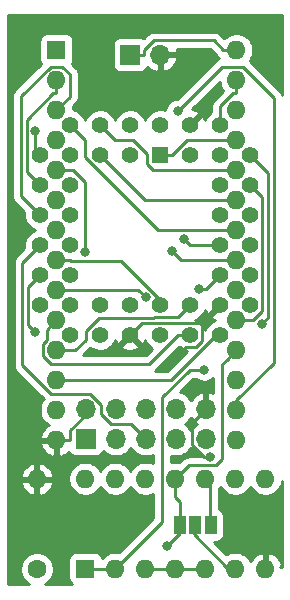
<source format=gbl>
G04 #@! TF.GenerationSoftware,KiCad,Pcbnew,(5.1.9)-1*
G04 #@! TF.CreationDate,2023-07-11T19:38:37+01:00*
G04 #@! TF.ProjectId,ezPLA,657a504c-412e-46b6-9963-61645f706362,v2.0*
G04 #@! TF.SameCoordinates,Original*
G04 #@! TF.FileFunction,Copper,L2,Bot*
G04 #@! TF.FilePolarity,Positive*
%FSLAX46Y46*%
G04 Gerber Fmt 4.6, Leading zero omitted, Abs format (unit mm)*
G04 Created by KiCad (PCBNEW (5.1.9)-1) date 2023-07-11 19:38:37*
%MOMM*%
%LPD*%
G01*
G04 APERTURE LIST*
G04 #@! TA.AperFunction,ComponentPad*
%ADD10O,1.600000X1.600000*%
G04 #@! TD*
G04 #@! TA.AperFunction,ComponentPad*
%ADD11R,1.600000X1.600000*%
G04 #@! TD*
G04 #@! TA.AperFunction,ComponentPad*
%ADD12O,1.700000X1.700000*%
G04 #@! TD*
G04 #@! TA.AperFunction,ComponentPad*
%ADD13R,1.700000X1.700000*%
G04 #@! TD*
G04 #@! TA.AperFunction,ComponentPad*
%ADD14C,1.422400*%
G04 #@! TD*
G04 #@! TA.AperFunction,ComponentPad*
%ADD15R,1.422400X1.422400*%
G04 #@! TD*
G04 #@! TA.AperFunction,ComponentPad*
%ADD16C,1.600000*%
G04 #@! TD*
G04 #@! TA.AperFunction,SMDPad,CuDef*
%ADD17R,1.000000X1.500000*%
G04 #@! TD*
G04 #@! TA.AperFunction,ViaPad*
%ADD18C,0.800000*%
G04 #@! TD*
G04 #@! TA.AperFunction,Conductor*
%ADD19C,0.250000*%
G04 #@! TD*
G04 #@! TA.AperFunction,Conductor*
%ADD20C,0.254000*%
G04 #@! TD*
G04 #@! TA.AperFunction,Conductor*
%ADD21C,0.100000*%
G04 #@! TD*
G04 APERTURE END LIST*
D10*
X155467600Y-102617000D03*
X140227600Y-135637000D03*
X155467600Y-105157000D03*
X140227600Y-133097000D03*
X155467600Y-107697000D03*
X140227600Y-130557000D03*
X155467600Y-110237000D03*
X140227600Y-128017000D03*
X155467600Y-112777000D03*
X140227600Y-125477000D03*
X155467600Y-115317000D03*
X140227600Y-122937000D03*
X155467600Y-117857000D03*
X140227600Y-120397000D03*
X155467600Y-120397000D03*
X140227600Y-117857000D03*
X155467600Y-122937000D03*
X140227600Y-115317000D03*
X155467600Y-125477000D03*
X140227600Y-112777000D03*
X155467600Y-128017000D03*
X140227600Y-110237000D03*
X155467600Y-130557000D03*
X140227600Y-107697000D03*
X155467600Y-133097000D03*
X140227600Y-105157000D03*
X155467600Y-135637000D03*
D11*
X140227600Y-102617000D03*
D12*
X149000000Y-103000000D03*
D13*
X146460000Y-103000000D03*
D14*
X156620000Y-111500000D03*
X156620000Y-114040000D03*
X156620000Y-116580000D03*
X156620000Y-119120000D03*
X156620000Y-121660000D03*
X154080000Y-108960000D03*
X154080000Y-114040000D03*
X154080000Y-116580000D03*
X154080000Y-119120000D03*
X154080000Y-121660000D03*
X154080000Y-124200000D03*
X154080000Y-126740000D03*
X151540000Y-126740000D03*
X149000000Y-126740000D03*
X146460000Y-126740000D03*
X143920000Y-126740000D03*
X141380000Y-126740000D03*
X156620000Y-124200000D03*
X151540000Y-124200000D03*
X149000000Y-124200000D03*
X146460000Y-124200000D03*
X143920000Y-124200000D03*
X141380000Y-124200000D03*
X138840000Y-124200000D03*
X138840000Y-121660000D03*
X138840000Y-119120000D03*
X138840000Y-116580000D03*
X138840000Y-114040000D03*
X138840000Y-111500000D03*
X141380000Y-121660000D03*
X141380000Y-119120000D03*
X141380000Y-116580000D03*
X141380000Y-114040000D03*
X141380000Y-111500000D03*
X151540000Y-108960000D03*
X149000000Y-108960000D03*
X141380000Y-108960000D03*
X143920000Y-108960000D03*
X146460000Y-108960000D03*
X154080000Y-111500000D03*
X151540000Y-111500000D03*
X143920000Y-111500000D03*
X146460000Y-111500000D03*
D15*
X149000000Y-111500000D03*
D13*
X142710000Y-135540000D03*
D12*
X142710000Y-133000000D03*
X145250000Y-135540000D03*
X145250000Y-133000000D03*
X147790000Y-135540000D03*
X147790000Y-133000000D03*
X150330000Y-135540000D03*
X150330000Y-133000000D03*
X152870000Y-135540000D03*
X152870000Y-133000000D03*
D16*
X138575000Y-146575000D03*
D10*
X138575000Y-138955000D03*
D17*
X150675000Y-142850000D03*
X151975000Y-142850000D03*
X153275000Y-142850000D03*
D11*
X142675000Y-146525000D03*
D10*
X157915000Y-138905000D03*
X145215000Y-146525000D03*
X155375000Y-138905000D03*
X147755000Y-146525000D03*
X152835000Y-138905000D03*
X150295000Y-146525000D03*
X150295000Y-138905000D03*
X152835000Y-146525000D03*
X147755000Y-138905000D03*
X155375000Y-146525000D03*
X145215000Y-138905000D03*
X157915000Y-146525000D03*
X142675000Y-138905000D03*
D18*
X151975000Y-130925000D03*
X150075000Y-128925000D03*
X153250000Y-137054975D03*
X156899845Y-140724835D03*
X138426800Y-126523700D03*
X138428300Y-109478500D03*
X152293200Y-122882000D03*
X147781700Y-123557800D03*
X150036600Y-119628000D03*
X157609100Y-125800400D03*
X142650000Y-119740500D03*
X152725000Y-129675000D03*
X150487100Y-107774200D03*
X151002700Y-118617400D03*
X149550000Y-144600000D03*
D19*
X142710000Y-133000000D02*
X142689200Y-133020800D01*
X142689200Y-133020800D02*
X142689200Y-133479500D01*
X142689200Y-133479500D02*
X142689300Y-133479500D01*
X141352900Y-135637000D02*
X141352900Y-134815900D01*
X141352900Y-134815900D02*
X142689300Y-133479500D01*
X140227600Y-135637000D02*
X141352900Y-135637000D01*
X146460000Y-126740000D02*
X147474989Y-125725011D01*
X147474989Y-125725011D02*
X148650224Y-125725011D01*
X148650224Y-125725011D02*
X148671835Y-125703400D01*
X148671835Y-125703400D02*
X152576600Y-125703400D01*
X152576600Y-125703400D02*
X154080000Y-124200000D01*
X151223799Y-127776201D02*
X150075000Y-128925000D01*
X152576201Y-127237377D02*
X152037377Y-127776201D01*
X152037377Y-127776201D02*
X151223799Y-127776201D01*
X152576201Y-125703799D02*
X152576201Y-127237377D01*
X154080000Y-124200000D02*
X152576201Y-125703799D01*
X151694999Y-136065661D02*
X152684315Y-137054975D01*
X151694999Y-134175001D02*
X151694999Y-136065661D01*
X152870000Y-133000000D02*
X151694999Y-134175001D01*
X152684315Y-137054975D02*
X153250000Y-137054975D01*
X138426800Y-126523700D02*
X137800000Y-125896900D01*
X137800000Y-125896900D02*
X137800000Y-122700000D01*
X137800000Y-122700000D02*
X138840000Y-121660000D01*
X155467600Y-102617000D02*
X154342300Y-102617000D01*
X146460000Y-103000000D02*
X147635300Y-103000000D01*
X147635300Y-103000000D02*
X147635300Y-102632700D01*
X147635300Y-102632700D02*
X148460600Y-101807400D01*
X148460600Y-101807400D02*
X153532700Y-101807400D01*
X153532700Y-101807400D02*
X154342300Y-102617000D01*
X138840000Y-111500000D02*
X138428300Y-111088300D01*
X138428300Y-111088300D02*
X138428300Y-109478500D01*
X138840000Y-119120000D02*
X137349700Y-120610300D01*
X137349700Y-120610300D02*
X137349700Y-129288900D01*
X137349700Y-129288900D02*
X139783300Y-131722500D01*
X139783300Y-131722500D02*
X143098900Y-131722500D01*
X143098900Y-131722500D02*
X144022000Y-132645600D01*
X144022000Y-132645600D02*
X144022000Y-133451900D01*
X144022000Y-133451900D02*
X144840100Y-134270000D01*
X144840100Y-134270000D02*
X146520000Y-134270000D01*
X146520000Y-134270000D02*
X147790000Y-135540000D01*
X154080000Y-121660000D02*
X152858000Y-122882000D01*
X152858000Y-122882000D02*
X152293200Y-122882000D01*
X155467600Y-105157000D02*
X155467600Y-106282300D01*
X154080000Y-108960000D02*
X154080000Y-107388600D01*
X154080000Y-107388600D02*
X155186300Y-106282300D01*
X155186300Y-106282300D02*
X155467600Y-106282300D01*
X149892989Y-130557000D02*
X140227600Y-130557000D01*
X153709989Y-126740000D02*
X149892989Y-130557000D01*
X154080000Y-126740000D02*
X153709989Y-126740000D01*
X149000000Y-111500000D02*
X150036500Y-111500000D01*
X150036500Y-111500000D02*
X151299500Y-110237000D01*
X151299500Y-110237000D02*
X155467600Y-110237000D01*
X141833000Y-128017000D02*
X140227600Y-128017000D01*
X142700000Y-127150000D02*
X141833000Y-128017000D01*
X142700000Y-126425000D02*
X142700000Y-127150000D01*
X143850000Y-125275000D02*
X142700000Y-126425000D01*
X148463824Y-125275000D02*
X143850000Y-125275000D01*
X148502623Y-125236201D02*
X148463824Y-125275000D01*
X150503799Y-125236201D02*
X148502623Y-125236201D01*
X151540000Y-124200000D02*
X150503799Y-125236201D01*
X143920000Y-108960000D02*
X145190000Y-110230000D01*
X145190000Y-110230000D02*
X146697000Y-110230000D01*
X146697000Y-110230000D02*
X147889300Y-111422300D01*
X147889300Y-111422300D02*
X147889300Y-112275400D01*
X147889300Y-112275400D02*
X148390900Y-112777000D01*
X148390900Y-112777000D02*
X155467600Y-112777000D01*
X139101700Y-128500700D02*
X139101700Y-127504800D01*
X139427601Y-126276999D02*
X140227600Y-125477000D01*
X139779900Y-129178900D02*
X139101700Y-128500700D01*
X139427601Y-127178899D02*
X139427601Y-126276999D01*
X139101700Y-127504800D02*
X139427601Y-127178899D01*
X150534212Y-126740000D02*
X148095312Y-129178900D01*
X148095312Y-129178900D02*
X139779900Y-129178900D01*
X151540000Y-126740000D02*
X150534212Y-126740000D01*
X143920000Y-111500000D02*
X147737000Y-115317000D01*
X147737000Y-115317000D02*
X155467600Y-115317000D01*
X141352900Y-122937000D02*
X147160900Y-122937000D01*
X147160900Y-122937000D02*
X147781700Y-123557800D01*
X140227600Y-122937000D02*
X141352900Y-122937000D01*
X141380000Y-108960000D02*
X142650000Y-110230000D01*
X142650000Y-110230000D02*
X142650000Y-111704700D01*
X142650000Y-111704700D02*
X148802300Y-117857000D01*
X148802300Y-117857000D02*
X155467600Y-117857000D01*
X149000000Y-124200000D02*
X149000000Y-123750300D01*
X149000000Y-123750300D02*
X145715500Y-120465800D01*
X145715500Y-120465800D02*
X141421700Y-120465800D01*
X141421700Y-120465800D02*
X141352900Y-120397000D01*
X140227600Y-120397000D02*
X141352900Y-120397000D01*
X155467600Y-120397000D02*
X150805600Y-120397000D01*
X150805600Y-120397000D02*
X150036600Y-119628000D01*
X157609100Y-125800400D02*
X158162800Y-125246700D01*
X158162800Y-125246700D02*
X158162800Y-113042800D01*
X158162800Y-113042800D02*
X156620000Y-111500000D01*
X156620000Y-114040000D02*
X157660900Y-115080900D01*
X157660900Y-115080900D02*
X157660900Y-124673900D01*
X157660900Y-124673900D02*
X156857800Y-125477000D01*
X156857800Y-125477000D02*
X155467600Y-125477000D01*
X140227600Y-112777000D02*
X141599900Y-112777000D01*
X141599900Y-112777000D02*
X142650000Y-113827100D01*
X142650000Y-113827100D02*
X142650000Y-119740500D01*
X142675000Y-146525000D02*
X145215000Y-146525000D01*
X149150001Y-132024999D02*
X151500000Y-129675000D01*
X149150001Y-142589999D02*
X149150001Y-132024999D01*
X151500000Y-129675000D02*
X152725000Y-129675000D01*
X145215000Y-146525000D02*
X149150001Y-142589999D01*
X140227600Y-107697000D02*
X141370000Y-106554600D01*
X141370000Y-106554600D02*
X141370000Y-104670200D01*
X141370000Y-104670200D02*
X140710700Y-104010900D01*
X140710700Y-104010900D02*
X139751200Y-104010900D01*
X139751200Y-104010900D02*
X137252700Y-106509400D01*
X137252700Y-106509400D02*
X137252700Y-114992700D01*
X137252700Y-114992700D02*
X138840000Y-116580000D01*
X154080000Y-119120000D02*
X151505300Y-119120000D01*
X151505300Y-119120000D02*
X151002700Y-118617400D01*
X154232600Y-104028700D02*
X150487100Y-107774200D01*
X156001700Y-104028700D02*
X154232600Y-104028700D01*
X158613100Y-106640100D02*
X156001700Y-104028700D01*
X158613100Y-129084400D02*
X158613100Y-106640100D01*
X155467600Y-132229900D02*
X158613100Y-129084400D01*
X155467600Y-133097000D02*
X155467600Y-132229900D01*
X140227600Y-106282300D02*
X139946300Y-106282300D01*
X139946300Y-106282300D02*
X137703000Y-108525600D01*
X137703000Y-108525600D02*
X137703000Y-112903000D01*
X137703000Y-112903000D02*
X138840000Y-114040000D01*
X140227600Y-105157000D02*
X140227600Y-106282300D01*
X154667601Y-128816999D02*
X155467600Y-128017000D01*
X151420001Y-137779999D02*
X153743003Y-137779999D01*
X150295000Y-138905000D02*
X151420001Y-137779999D01*
X154250001Y-137273001D02*
X154250001Y-129234599D01*
X153743003Y-137779999D02*
X154250001Y-137273001D01*
X154250001Y-129234599D02*
X154667601Y-128816999D01*
X150295000Y-138905000D02*
X150295000Y-140495000D01*
X150675000Y-140875000D02*
X150675000Y-142850000D01*
X150295000Y-140495000D02*
X150675000Y-140875000D01*
X150675000Y-143475000D02*
X149550000Y-144600000D01*
X150675000Y-142850000D02*
X150675000Y-143475000D01*
X147755000Y-146525000D02*
X150295000Y-146525000D01*
X150295000Y-146525000D02*
X152835000Y-146525000D01*
X154750000Y-146525000D02*
X155375000Y-146525000D01*
X151850000Y-143625000D02*
X154750000Y-146525000D01*
X151850000Y-142750000D02*
X151850000Y-143625000D01*
X153200000Y-142775000D02*
X153225000Y-142800000D01*
X153200000Y-139270000D02*
X153200000Y-142775000D01*
X152835000Y-138905000D02*
X153200000Y-139270000D01*
D20*
X159340001Y-106418252D02*
X159318646Y-106347853D01*
X159248074Y-106215824D01*
X159153101Y-106100099D01*
X159124103Y-106076301D01*
X156580899Y-103533097D01*
X156582237Y-103531759D01*
X156739280Y-103296727D01*
X156847453Y-103035574D01*
X156902600Y-102758335D01*
X156902600Y-102475665D01*
X156847453Y-102198426D01*
X156739280Y-101937273D01*
X156582237Y-101702241D01*
X156382359Y-101502363D01*
X156147327Y-101345320D01*
X155886174Y-101237147D01*
X155608935Y-101182000D01*
X155326265Y-101182000D01*
X155049026Y-101237147D01*
X154787873Y-101345320D01*
X154552841Y-101502363D01*
X154427653Y-101627551D01*
X154096503Y-101296402D01*
X154072701Y-101267399D01*
X153956976Y-101172426D01*
X153824947Y-101101854D01*
X153681686Y-101058397D01*
X153570033Y-101047400D01*
X153570022Y-101047400D01*
X153532700Y-101043724D01*
X153495378Y-101047400D01*
X148497922Y-101047400D01*
X148460599Y-101043724D01*
X148423276Y-101047400D01*
X148423267Y-101047400D01*
X148311614Y-101058397D01*
X148168353Y-101101854D01*
X148036324Y-101172426D01*
X148036322Y-101172427D01*
X148036323Y-101172427D01*
X147949596Y-101243601D01*
X147949592Y-101243605D01*
X147920599Y-101267399D01*
X147896805Y-101296392D01*
X147605349Y-101587849D01*
X147554180Y-101560498D01*
X147434482Y-101524188D01*
X147310000Y-101511928D01*
X145610000Y-101511928D01*
X145485518Y-101524188D01*
X145365820Y-101560498D01*
X145255506Y-101619463D01*
X145158815Y-101698815D01*
X145079463Y-101795506D01*
X145020498Y-101905820D01*
X144984188Y-102025518D01*
X144971928Y-102150000D01*
X144971928Y-103850000D01*
X144984188Y-103974482D01*
X145020498Y-104094180D01*
X145079463Y-104204494D01*
X145158815Y-104301185D01*
X145255506Y-104380537D01*
X145365820Y-104439502D01*
X145485518Y-104475812D01*
X145610000Y-104488072D01*
X147310000Y-104488072D01*
X147434482Y-104475812D01*
X147554180Y-104439502D01*
X147664494Y-104380537D01*
X147761185Y-104301185D01*
X147840537Y-104204494D01*
X147899502Y-104094180D01*
X147923966Y-104013534D01*
X147999731Y-104097588D01*
X148233080Y-104271641D01*
X148495901Y-104396825D01*
X148643110Y-104441476D01*
X148873000Y-104320155D01*
X148873000Y-103127000D01*
X149127000Y-103127000D01*
X149127000Y-104320155D01*
X149356890Y-104441476D01*
X149504099Y-104396825D01*
X149766920Y-104271641D01*
X150000269Y-104097588D01*
X150195178Y-103881355D01*
X150344157Y-103631252D01*
X150441481Y-103356891D01*
X150320814Y-103127000D01*
X149127000Y-103127000D01*
X148873000Y-103127000D01*
X148853000Y-103127000D01*
X148853000Y-102873000D01*
X148873000Y-102873000D01*
X148873000Y-102853000D01*
X149127000Y-102853000D01*
X149127000Y-102873000D01*
X150320814Y-102873000D01*
X150441481Y-102643109D01*
X150414625Y-102567400D01*
X153217899Y-102567400D01*
X153778501Y-103128002D01*
X153802299Y-103157001D01*
X153918024Y-103251974D01*
X154011063Y-103301705D01*
X153942361Y-103322545D01*
X153940353Y-103323154D01*
X153808323Y-103393726D01*
X153743286Y-103447101D01*
X153692599Y-103488699D01*
X153668801Y-103517697D01*
X150447299Y-106739200D01*
X150385161Y-106739200D01*
X150185202Y-106778974D01*
X149996844Y-106856995D01*
X149827326Y-106970263D01*
X149683163Y-107114426D01*
X149569895Y-107283944D01*
X149491874Y-107472302D01*
X149452100Y-107672261D01*
X149452100Y-107690149D01*
X149392672Y-107665533D01*
X149132589Y-107613800D01*
X148867411Y-107613800D01*
X148607328Y-107665533D01*
X148362335Y-107767013D01*
X148141847Y-107914338D01*
X147954338Y-108101847D01*
X147807013Y-108322335D01*
X147730000Y-108508260D01*
X147652987Y-108322335D01*
X147505662Y-108101847D01*
X147318153Y-107914338D01*
X147097665Y-107767013D01*
X146852672Y-107665533D01*
X146592589Y-107613800D01*
X146327411Y-107613800D01*
X146067328Y-107665533D01*
X145822335Y-107767013D01*
X145601847Y-107914338D01*
X145414338Y-108101847D01*
X145267013Y-108322335D01*
X145190000Y-108508260D01*
X145112987Y-108322335D01*
X144965662Y-108101847D01*
X144778153Y-107914338D01*
X144557665Y-107767013D01*
X144312672Y-107665533D01*
X144052589Y-107613800D01*
X143787411Y-107613800D01*
X143527328Y-107665533D01*
X143282335Y-107767013D01*
X143061847Y-107914338D01*
X142874338Y-108101847D01*
X142727013Y-108322335D01*
X142650000Y-108508260D01*
X142572987Y-108322335D01*
X142425662Y-108101847D01*
X142238153Y-107914338D01*
X142017665Y-107767013D01*
X141772672Y-107665533D01*
X141662600Y-107643639D01*
X141662600Y-107555665D01*
X141626288Y-107373114D01*
X141881004Y-107118398D01*
X141910001Y-107094601D01*
X142004974Y-106978876D01*
X142075546Y-106846847D01*
X142119003Y-106703586D01*
X142130000Y-106591933D01*
X142130000Y-106591932D01*
X142133677Y-106554600D01*
X142130000Y-106517267D01*
X142130000Y-104707522D01*
X142133676Y-104670199D01*
X142130000Y-104632877D01*
X142130000Y-104632867D01*
X142119003Y-104521214D01*
X142075546Y-104377953D01*
X142035561Y-104303147D01*
X142004974Y-104245923D01*
X141933799Y-104159197D01*
X141910001Y-104130199D01*
X141881002Y-104106400D01*
X141552709Y-103778108D01*
X141558137Y-103771494D01*
X141617102Y-103661180D01*
X141653412Y-103541482D01*
X141665672Y-103417000D01*
X141665672Y-101817000D01*
X141653412Y-101692518D01*
X141617102Y-101572820D01*
X141558137Y-101462506D01*
X141478785Y-101365815D01*
X141382094Y-101286463D01*
X141271780Y-101227498D01*
X141152082Y-101191188D01*
X141027600Y-101178928D01*
X139427600Y-101178928D01*
X139303118Y-101191188D01*
X139183420Y-101227498D01*
X139073106Y-101286463D01*
X138976415Y-101365815D01*
X138897063Y-101462506D01*
X138838098Y-101572820D01*
X138801788Y-101692518D01*
X138789528Y-101817000D01*
X138789528Y-103417000D01*
X138801788Y-103541482D01*
X138838098Y-103661180D01*
X138897063Y-103771494D01*
X138905511Y-103781788D01*
X136741703Y-105945596D01*
X136712699Y-105969399D01*
X136683379Y-106005126D01*
X136617726Y-106085124D01*
X136547865Y-106215823D01*
X136547154Y-106217154D01*
X136503697Y-106360415D01*
X136492700Y-106472068D01*
X136492700Y-106472078D01*
X136489024Y-106509400D01*
X136492700Y-106546722D01*
X136492701Y-114955368D01*
X136489024Y-114992700D01*
X136503698Y-115141685D01*
X136547154Y-115284946D01*
X136617726Y-115416976D01*
X136657948Y-115465986D01*
X136712700Y-115532701D01*
X136741698Y-115556499D01*
X137516830Y-116331631D01*
X137493800Y-116447411D01*
X137493800Y-116712589D01*
X137545533Y-116972672D01*
X137647013Y-117217665D01*
X137794338Y-117438153D01*
X137981847Y-117625662D01*
X138202335Y-117772987D01*
X138388260Y-117850000D01*
X138202335Y-117927013D01*
X137981847Y-118074338D01*
X137794338Y-118261847D01*
X137647013Y-118482335D01*
X137545533Y-118727328D01*
X137493800Y-118987411D01*
X137493800Y-119252589D01*
X137516830Y-119368368D01*
X136838702Y-120046497D01*
X136809699Y-120070299D01*
X136781424Y-120104753D01*
X136714726Y-120186024D01*
X136681591Y-120248015D01*
X136644154Y-120318054D01*
X136600697Y-120461315D01*
X136589700Y-120572968D01*
X136589700Y-120572978D01*
X136586024Y-120610300D01*
X136589700Y-120647622D01*
X136589701Y-129251568D01*
X136586024Y-129288900D01*
X136589701Y-129326233D01*
X136600698Y-129437886D01*
X136613880Y-129481342D01*
X136644154Y-129581146D01*
X136714726Y-129713176D01*
X136784667Y-129798398D01*
X136809700Y-129828901D01*
X136838698Y-129852699D01*
X139140601Y-132154603D01*
X139112963Y-132182241D01*
X138955920Y-132417273D01*
X138847747Y-132678426D01*
X138792600Y-132955665D01*
X138792600Y-133238335D01*
X138847747Y-133515574D01*
X138955920Y-133776727D01*
X139112963Y-134011759D01*
X139312841Y-134211637D01*
X139547873Y-134368680D01*
X139558465Y-134373067D01*
X139372469Y-134484615D01*
X139164081Y-134673586D01*
X138996563Y-134899580D01*
X138876354Y-135153913D01*
X138835696Y-135287961D01*
X138957685Y-135510000D01*
X140100600Y-135510000D01*
X140100600Y-135490000D01*
X140354600Y-135490000D01*
X140354600Y-135510000D01*
X140374600Y-135510000D01*
X140374600Y-135764000D01*
X140354600Y-135764000D01*
X140354600Y-136907624D01*
X140576640Y-137028909D01*
X140841481Y-136934070D01*
X141082731Y-136789385D01*
X141266914Y-136622364D01*
X141270498Y-136634180D01*
X141329463Y-136744494D01*
X141408815Y-136841185D01*
X141505506Y-136920537D01*
X141615820Y-136979502D01*
X141735518Y-137015812D01*
X141860000Y-137028072D01*
X143560000Y-137028072D01*
X143684482Y-137015812D01*
X143804180Y-136979502D01*
X143914494Y-136920537D01*
X144011185Y-136841185D01*
X144090537Y-136744494D01*
X144149502Y-136634180D01*
X144171513Y-136561620D01*
X144303368Y-136693475D01*
X144546589Y-136855990D01*
X144816842Y-136967932D01*
X145103740Y-137025000D01*
X145396260Y-137025000D01*
X145683158Y-136967932D01*
X145953411Y-136855990D01*
X146196632Y-136693475D01*
X146403475Y-136486632D01*
X146520000Y-136312240D01*
X146636525Y-136486632D01*
X146843368Y-136693475D01*
X147086589Y-136855990D01*
X147356842Y-136967932D01*
X147643740Y-137025000D01*
X147936260Y-137025000D01*
X148223158Y-136967932D01*
X148390002Y-136898823D01*
X148390001Y-137614794D01*
X148173574Y-137525147D01*
X147896335Y-137470000D01*
X147613665Y-137470000D01*
X147336426Y-137525147D01*
X147075273Y-137633320D01*
X146840241Y-137790363D01*
X146640363Y-137990241D01*
X146485000Y-138222759D01*
X146329637Y-137990241D01*
X146129759Y-137790363D01*
X145894727Y-137633320D01*
X145633574Y-137525147D01*
X145356335Y-137470000D01*
X145073665Y-137470000D01*
X144796426Y-137525147D01*
X144535273Y-137633320D01*
X144300241Y-137790363D01*
X144100363Y-137990241D01*
X143945000Y-138222759D01*
X143789637Y-137990241D01*
X143589759Y-137790363D01*
X143354727Y-137633320D01*
X143093574Y-137525147D01*
X142816335Y-137470000D01*
X142533665Y-137470000D01*
X142256426Y-137525147D01*
X141995273Y-137633320D01*
X141760241Y-137790363D01*
X141560363Y-137990241D01*
X141403320Y-138225273D01*
X141295147Y-138486426D01*
X141240000Y-138763665D01*
X141240000Y-139046335D01*
X141295147Y-139323574D01*
X141403320Y-139584727D01*
X141560363Y-139819759D01*
X141760241Y-140019637D01*
X141995273Y-140176680D01*
X142256426Y-140284853D01*
X142533665Y-140340000D01*
X142816335Y-140340000D01*
X143093574Y-140284853D01*
X143354727Y-140176680D01*
X143589759Y-140019637D01*
X143789637Y-139819759D01*
X143945000Y-139587241D01*
X144100363Y-139819759D01*
X144300241Y-140019637D01*
X144535273Y-140176680D01*
X144796426Y-140284853D01*
X145073665Y-140340000D01*
X145356335Y-140340000D01*
X145633574Y-140284853D01*
X145894727Y-140176680D01*
X146129759Y-140019637D01*
X146329637Y-139819759D01*
X146485000Y-139587241D01*
X146640363Y-139819759D01*
X146840241Y-140019637D01*
X147075273Y-140176680D01*
X147336426Y-140284853D01*
X147613665Y-140340000D01*
X147896335Y-140340000D01*
X148173574Y-140284853D01*
X148390001Y-140195206D01*
X148390001Y-142275197D01*
X145538887Y-145126312D01*
X145356335Y-145090000D01*
X145073665Y-145090000D01*
X144796426Y-145145147D01*
X144535273Y-145253320D01*
X144300241Y-145410363D01*
X144101643Y-145608961D01*
X144100812Y-145600518D01*
X144064502Y-145480820D01*
X144005537Y-145370506D01*
X143926185Y-145273815D01*
X143829494Y-145194463D01*
X143719180Y-145135498D01*
X143599482Y-145099188D01*
X143475000Y-145086928D01*
X141875000Y-145086928D01*
X141750518Y-145099188D01*
X141630820Y-145135498D01*
X141520506Y-145194463D01*
X141423815Y-145273815D01*
X141344463Y-145370506D01*
X141285498Y-145480820D01*
X141249188Y-145600518D01*
X141236928Y-145725000D01*
X141236928Y-147325000D01*
X141249188Y-147449482D01*
X141285498Y-147569180D01*
X141344463Y-147679494D01*
X141423815Y-147776185D01*
X141501574Y-147840000D01*
X139264724Y-147840000D01*
X139489759Y-147689637D01*
X139689637Y-147489759D01*
X139846680Y-147254727D01*
X139954853Y-146993574D01*
X140010000Y-146716335D01*
X140010000Y-146433665D01*
X139954853Y-146156426D01*
X139846680Y-145895273D01*
X139689637Y-145660241D01*
X139489759Y-145460363D01*
X139254727Y-145303320D01*
X138993574Y-145195147D01*
X138716335Y-145140000D01*
X138433665Y-145140000D01*
X138156426Y-145195147D01*
X137895273Y-145303320D01*
X137660241Y-145460363D01*
X137460363Y-145660241D01*
X137303320Y-145895273D01*
X137195147Y-146156426D01*
X137140000Y-146433665D01*
X137140000Y-146716335D01*
X137195147Y-146993574D01*
X137303320Y-147254727D01*
X137460363Y-147489759D01*
X137660241Y-147689637D01*
X137885276Y-147840000D01*
X136160000Y-147840000D01*
X136160000Y-139304040D01*
X137183091Y-139304040D01*
X137277930Y-139568881D01*
X137422615Y-139810131D01*
X137611586Y-140018519D01*
X137837580Y-140186037D01*
X138091913Y-140306246D01*
X138225961Y-140346904D01*
X138448000Y-140224915D01*
X138448000Y-139082000D01*
X138702000Y-139082000D01*
X138702000Y-140224915D01*
X138924039Y-140346904D01*
X139058087Y-140306246D01*
X139312420Y-140186037D01*
X139538414Y-140018519D01*
X139727385Y-139810131D01*
X139872070Y-139568881D01*
X139966909Y-139304040D01*
X139845624Y-139082000D01*
X138702000Y-139082000D01*
X138448000Y-139082000D01*
X137304376Y-139082000D01*
X137183091Y-139304040D01*
X136160000Y-139304040D01*
X136160000Y-138605960D01*
X137183091Y-138605960D01*
X137304376Y-138828000D01*
X138448000Y-138828000D01*
X138448000Y-137685085D01*
X138702000Y-137685085D01*
X138702000Y-138828000D01*
X139845624Y-138828000D01*
X139966909Y-138605960D01*
X139872070Y-138341119D01*
X139727385Y-138099869D01*
X139538414Y-137891481D01*
X139312420Y-137723963D01*
X139058087Y-137603754D01*
X138924039Y-137563096D01*
X138702000Y-137685085D01*
X138448000Y-137685085D01*
X138225961Y-137563096D01*
X138091913Y-137603754D01*
X137837580Y-137723963D01*
X137611586Y-137891481D01*
X137422615Y-138099869D01*
X137277930Y-138341119D01*
X137183091Y-138605960D01*
X136160000Y-138605960D01*
X136160000Y-135986039D01*
X138835696Y-135986039D01*
X138876354Y-136120087D01*
X138996563Y-136374420D01*
X139164081Y-136600414D01*
X139372469Y-136789385D01*
X139613719Y-136934070D01*
X139878560Y-137028909D01*
X140100600Y-136907624D01*
X140100600Y-135764000D01*
X138957685Y-135764000D01*
X138835696Y-135986039D01*
X136160000Y-135986039D01*
X136160000Y-99660000D01*
X159340001Y-99660000D01*
X159340001Y-106418252D01*
G04 #@! TA.AperFunction,Conductor*
D21*
G36*
X159340001Y-106418252D02*
G01*
X159318646Y-106347853D01*
X159248074Y-106215824D01*
X159153101Y-106100099D01*
X159124103Y-106076301D01*
X156580899Y-103533097D01*
X156582237Y-103531759D01*
X156739280Y-103296727D01*
X156847453Y-103035574D01*
X156902600Y-102758335D01*
X156902600Y-102475665D01*
X156847453Y-102198426D01*
X156739280Y-101937273D01*
X156582237Y-101702241D01*
X156382359Y-101502363D01*
X156147327Y-101345320D01*
X155886174Y-101237147D01*
X155608935Y-101182000D01*
X155326265Y-101182000D01*
X155049026Y-101237147D01*
X154787873Y-101345320D01*
X154552841Y-101502363D01*
X154427653Y-101627551D01*
X154096503Y-101296402D01*
X154072701Y-101267399D01*
X153956976Y-101172426D01*
X153824947Y-101101854D01*
X153681686Y-101058397D01*
X153570033Y-101047400D01*
X153570022Y-101047400D01*
X153532700Y-101043724D01*
X153495378Y-101047400D01*
X148497922Y-101047400D01*
X148460599Y-101043724D01*
X148423276Y-101047400D01*
X148423267Y-101047400D01*
X148311614Y-101058397D01*
X148168353Y-101101854D01*
X148036324Y-101172426D01*
X148036322Y-101172427D01*
X148036323Y-101172427D01*
X147949596Y-101243601D01*
X147949592Y-101243605D01*
X147920599Y-101267399D01*
X147896805Y-101296392D01*
X147605349Y-101587849D01*
X147554180Y-101560498D01*
X147434482Y-101524188D01*
X147310000Y-101511928D01*
X145610000Y-101511928D01*
X145485518Y-101524188D01*
X145365820Y-101560498D01*
X145255506Y-101619463D01*
X145158815Y-101698815D01*
X145079463Y-101795506D01*
X145020498Y-101905820D01*
X144984188Y-102025518D01*
X144971928Y-102150000D01*
X144971928Y-103850000D01*
X144984188Y-103974482D01*
X145020498Y-104094180D01*
X145079463Y-104204494D01*
X145158815Y-104301185D01*
X145255506Y-104380537D01*
X145365820Y-104439502D01*
X145485518Y-104475812D01*
X145610000Y-104488072D01*
X147310000Y-104488072D01*
X147434482Y-104475812D01*
X147554180Y-104439502D01*
X147664494Y-104380537D01*
X147761185Y-104301185D01*
X147840537Y-104204494D01*
X147899502Y-104094180D01*
X147923966Y-104013534D01*
X147999731Y-104097588D01*
X148233080Y-104271641D01*
X148495901Y-104396825D01*
X148643110Y-104441476D01*
X148873000Y-104320155D01*
X148873000Y-103127000D01*
X149127000Y-103127000D01*
X149127000Y-104320155D01*
X149356890Y-104441476D01*
X149504099Y-104396825D01*
X149766920Y-104271641D01*
X150000269Y-104097588D01*
X150195178Y-103881355D01*
X150344157Y-103631252D01*
X150441481Y-103356891D01*
X150320814Y-103127000D01*
X149127000Y-103127000D01*
X148873000Y-103127000D01*
X148853000Y-103127000D01*
X148853000Y-102873000D01*
X148873000Y-102873000D01*
X148873000Y-102853000D01*
X149127000Y-102853000D01*
X149127000Y-102873000D01*
X150320814Y-102873000D01*
X150441481Y-102643109D01*
X150414625Y-102567400D01*
X153217899Y-102567400D01*
X153778501Y-103128002D01*
X153802299Y-103157001D01*
X153918024Y-103251974D01*
X154011063Y-103301705D01*
X153942361Y-103322545D01*
X153940353Y-103323154D01*
X153808323Y-103393726D01*
X153743286Y-103447101D01*
X153692599Y-103488699D01*
X153668801Y-103517697D01*
X150447299Y-106739200D01*
X150385161Y-106739200D01*
X150185202Y-106778974D01*
X149996844Y-106856995D01*
X149827326Y-106970263D01*
X149683163Y-107114426D01*
X149569895Y-107283944D01*
X149491874Y-107472302D01*
X149452100Y-107672261D01*
X149452100Y-107690149D01*
X149392672Y-107665533D01*
X149132589Y-107613800D01*
X148867411Y-107613800D01*
X148607328Y-107665533D01*
X148362335Y-107767013D01*
X148141847Y-107914338D01*
X147954338Y-108101847D01*
X147807013Y-108322335D01*
X147730000Y-108508260D01*
X147652987Y-108322335D01*
X147505662Y-108101847D01*
X147318153Y-107914338D01*
X147097665Y-107767013D01*
X146852672Y-107665533D01*
X146592589Y-107613800D01*
X146327411Y-107613800D01*
X146067328Y-107665533D01*
X145822335Y-107767013D01*
X145601847Y-107914338D01*
X145414338Y-108101847D01*
X145267013Y-108322335D01*
X145190000Y-108508260D01*
X145112987Y-108322335D01*
X144965662Y-108101847D01*
X144778153Y-107914338D01*
X144557665Y-107767013D01*
X144312672Y-107665533D01*
X144052589Y-107613800D01*
X143787411Y-107613800D01*
X143527328Y-107665533D01*
X143282335Y-107767013D01*
X143061847Y-107914338D01*
X142874338Y-108101847D01*
X142727013Y-108322335D01*
X142650000Y-108508260D01*
X142572987Y-108322335D01*
X142425662Y-108101847D01*
X142238153Y-107914338D01*
X142017665Y-107767013D01*
X141772672Y-107665533D01*
X141662600Y-107643639D01*
X141662600Y-107555665D01*
X141626288Y-107373114D01*
X141881004Y-107118398D01*
X141910001Y-107094601D01*
X142004974Y-106978876D01*
X142075546Y-106846847D01*
X142119003Y-106703586D01*
X142130000Y-106591933D01*
X142130000Y-106591932D01*
X142133677Y-106554600D01*
X142130000Y-106517267D01*
X142130000Y-104707522D01*
X142133676Y-104670199D01*
X142130000Y-104632877D01*
X142130000Y-104632867D01*
X142119003Y-104521214D01*
X142075546Y-104377953D01*
X142035561Y-104303147D01*
X142004974Y-104245923D01*
X141933799Y-104159197D01*
X141910001Y-104130199D01*
X141881002Y-104106400D01*
X141552709Y-103778108D01*
X141558137Y-103771494D01*
X141617102Y-103661180D01*
X141653412Y-103541482D01*
X141665672Y-103417000D01*
X141665672Y-101817000D01*
X141653412Y-101692518D01*
X141617102Y-101572820D01*
X141558137Y-101462506D01*
X141478785Y-101365815D01*
X141382094Y-101286463D01*
X141271780Y-101227498D01*
X141152082Y-101191188D01*
X141027600Y-101178928D01*
X139427600Y-101178928D01*
X139303118Y-101191188D01*
X139183420Y-101227498D01*
X139073106Y-101286463D01*
X138976415Y-101365815D01*
X138897063Y-101462506D01*
X138838098Y-101572820D01*
X138801788Y-101692518D01*
X138789528Y-101817000D01*
X138789528Y-103417000D01*
X138801788Y-103541482D01*
X138838098Y-103661180D01*
X138897063Y-103771494D01*
X138905511Y-103781788D01*
X136741703Y-105945596D01*
X136712699Y-105969399D01*
X136683379Y-106005126D01*
X136617726Y-106085124D01*
X136547865Y-106215823D01*
X136547154Y-106217154D01*
X136503697Y-106360415D01*
X136492700Y-106472068D01*
X136492700Y-106472078D01*
X136489024Y-106509400D01*
X136492700Y-106546722D01*
X136492701Y-114955368D01*
X136489024Y-114992700D01*
X136503698Y-115141685D01*
X136547154Y-115284946D01*
X136617726Y-115416976D01*
X136657948Y-115465986D01*
X136712700Y-115532701D01*
X136741698Y-115556499D01*
X137516830Y-116331631D01*
X137493800Y-116447411D01*
X137493800Y-116712589D01*
X137545533Y-116972672D01*
X137647013Y-117217665D01*
X137794338Y-117438153D01*
X137981847Y-117625662D01*
X138202335Y-117772987D01*
X138388260Y-117850000D01*
X138202335Y-117927013D01*
X137981847Y-118074338D01*
X137794338Y-118261847D01*
X137647013Y-118482335D01*
X137545533Y-118727328D01*
X137493800Y-118987411D01*
X137493800Y-119252589D01*
X137516830Y-119368368D01*
X136838702Y-120046497D01*
X136809699Y-120070299D01*
X136781424Y-120104753D01*
X136714726Y-120186024D01*
X136681591Y-120248015D01*
X136644154Y-120318054D01*
X136600697Y-120461315D01*
X136589700Y-120572968D01*
X136589700Y-120572978D01*
X136586024Y-120610300D01*
X136589700Y-120647622D01*
X136589701Y-129251568D01*
X136586024Y-129288900D01*
X136589701Y-129326233D01*
X136600698Y-129437886D01*
X136613880Y-129481342D01*
X136644154Y-129581146D01*
X136714726Y-129713176D01*
X136784667Y-129798398D01*
X136809700Y-129828901D01*
X136838698Y-129852699D01*
X139140601Y-132154603D01*
X139112963Y-132182241D01*
X138955920Y-132417273D01*
X138847747Y-132678426D01*
X138792600Y-132955665D01*
X138792600Y-133238335D01*
X138847747Y-133515574D01*
X138955920Y-133776727D01*
X139112963Y-134011759D01*
X139312841Y-134211637D01*
X139547873Y-134368680D01*
X139558465Y-134373067D01*
X139372469Y-134484615D01*
X139164081Y-134673586D01*
X138996563Y-134899580D01*
X138876354Y-135153913D01*
X138835696Y-135287961D01*
X138957685Y-135510000D01*
X140100600Y-135510000D01*
X140100600Y-135490000D01*
X140354600Y-135490000D01*
X140354600Y-135510000D01*
X140374600Y-135510000D01*
X140374600Y-135764000D01*
X140354600Y-135764000D01*
X140354600Y-136907624D01*
X140576640Y-137028909D01*
X140841481Y-136934070D01*
X141082731Y-136789385D01*
X141266914Y-136622364D01*
X141270498Y-136634180D01*
X141329463Y-136744494D01*
X141408815Y-136841185D01*
X141505506Y-136920537D01*
X141615820Y-136979502D01*
X141735518Y-137015812D01*
X141860000Y-137028072D01*
X143560000Y-137028072D01*
X143684482Y-137015812D01*
X143804180Y-136979502D01*
X143914494Y-136920537D01*
X144011185Y-136841185D01*
X144090537Y-136744494D01*
X144149502Y-136634180D01*
X144171513Y-136561620D01*
X144303368Y-136693475D01*
X144546589Y-136855990D01*
X144816842Y-136967932D01*
X145103740Y-137025000D01*
X145396260Y-137025000D01*
X145683158Y-136967932D01*
X145953411Y-136855990D01*
X146196632Y-136693475D01*
X146403475Y-136486632D01*
X146520000Y-136312240D01*
X146636525Y-136486632D01*
X146843368Y-136693475D01*
X147086589Y-136855990D01*
X147356842Y-136967932D01*
X147643740Y-137025000D01*
X147936260Y-137025000D01*
X148223158Y-136967932D01*
X148390002Y-136898823D01*
X148390001Y-137614794D01*
X148173574Y-137525147D01*
X147896335Y-137470000D01*
X147613665Y-137470000D01*
X147336426Y-137525147D01*
X147075273Y-137633320D01*
X146840241Y-137790363D01*
X146640363Y-137990241D01*
X146485000Y-138222759D01*
X146329637Y-137990241D01*
X146129759Y-137790363D01*
X145894727Y-137633320D01*
X145633574Y-137525147D01*
X145356335Y-137470000D01*
X145073665Y-137470000D01*
X144796426Y-137525147D01*
X144535273Y-137633320D01*
X144300241Y-137790363D01*
X144100363Y-137990241D01*
X143945000Y-138222759D01*
X143789637Y-137990241D01*
X143589759Y-137790363D01*
X143354727Y-137633320D01*
X143093574Y-137525147D01*
X142816335Y-137470000D01*
X142533665Y-137470000D01*
X142256426Y-137525147D01*
X141995273Y-137633320D01*
X141760241Y-137790363D01*
X141560363Y-137990241D01*
X141403320Y-138225273D01*
X141295147Y-138486426D01*
X141240000Y-138763665D01*
X141240000Y-139046335D01*
X141295147Y-139323574D01*
X141403320Y-139584727D01*
X141560363Y-139819759D01*
X141760241Y-140019637D01*
X141995273Y-140176680D01*
X142256426Y-140284853D01*
X142533665Y-140340000D01*
X142816335Y-140340000D01*
X143093574Y-140284853D01*
X143354727Y-140176680D01*
X143589759Y-140019637D01*
X143789637Y-139819759D01*
X143945000Y-139587241D01*
X144100363Y-139819759D01*
X144300241Y-140019637D01*
X144535273Y-140176680D01*
X144796426Y-140284853D01*
X145073665Y-140340000D01*
X145356335Y-140340000D01*
X145633574Y-140284853D01*
X145894727Y-140176680D01*
X146129759Y-140019637D01*
X146329637Y-139819759D01*
X146485000Y-139587241D01*
X146640363Y-139819759D01*
X146840241Y-140019637D01*
X147075273Y-140176680D01*
X147336426Y-140284853D01*
X147613665Y-140340000D01*
X147896335Y-140340000D01*
X148173574Y-140284853D01*
X148390001Y-140195206D01*
X148390001Y-142275197D01*
X145538887Y-145126312D01*
X145356335Y-145090000D01*
X145073665Y-145090000D01*
X144796426Y-145145147D01*
X144535273Y-145253320D01*
X144300241Y-145410363D01*
X144101643Y-145608961D01*
X144100812Y-145600518D01*
X144064502Y-145480820D01*
X144005537Y-145370506D01*
X143926185Y-145273815D01*
X143829494Y-145194463D01*
X143719180Y-145135498D01*
X143599482Y-145099188D01*
X143475000Y-145086928D01*
X141875000Y-145086928D01*
X141750518Y-145099188D01*
X141630820Y-145135498D01*
X141520506Y-145194463D01*
X141423815Y-145273815D01*
X141344463Y-145370506D01*
X141285498Y-145480820D01*
X141249188Y-145600518D01*
X141236928Y-145725000D01*
X141236928Y-147325000D01*
X141249188Y-147449482D01*
X141285498Y-147569180D01*
X141344463Y-147679494D01*
X141423815Y-147776185D01*
X141501574Y-147840000D01*
X139264724Y-147840000D01*
X139489759Y-147689637D01*
X139689637Y-147489759D01*
X139846680Y-147254727D01*
X139954853Y-146993574D01*
X140010000Y-146716335D01*
X140010000Y-146433665D01*
X139954853Y-146156426D01*
X139846680Y-145895273D01*
X139689637Y-145660241D01*
X139489759Y-145460363D01*
X139254727Y-145303320D01*
X138993574Y-145195147D01*
X138716335Y-145140000D01*
X138433665Y-145140000D01*
X138156426Y-145195147D01*
X137895273Y-145303320D01*
X137660241Y-145460363D01*
X137460363Y-145660241D01*
X137303320Y-145895273D01*
X137195147Y-146156426D01*
X137140000Y-146433665D01*
X137140000Y-146716335D01*
X137195147Y-146993574D01*
X137303320Y-147254727D01*
X137460363Y-147489759D01*
X137660241Y-147689637D01*
X137885276Y-147840000D01*
X136160000Y-147840000D01*
X136160000Y-139304040D01*
X137183091Y-139304040D01*
X137277930Y-139568881D01*
X137422615Y-139810131D01*
X137611586Y-140018519D01*
X137837580Y-140186037D01*
X138091913Y-140306246D01*
X138225961Y-140346904D01*
X138448000Y-140224915D01*
X138448000Y-139082000D01*
X138702000Y-139082000D01*
X138702000Y-140224915D01*
X138924039Y-140346904D01*
X139058087Y-140306246D01*
X139312420Y-140186037D01*
X139538414Y-140018519D01*
X139727385Y-139810131D01*
X139872070Y-139568881D01*
X139966909Y-139304040D01*
X139845624Y-139082000D01*
X138702000Y-139082000D01*
X138448000Y-139082000D01*
X137304376Y-139082000D01*
X137183091Y-139304040D01*
X136160000Y-139304040D01*
X136160000Y-138605960D01*
X137183091Y-138605960D01*
X137304376Y-138828000D01*
X138448000Y-138828000D01*
X138448000Y-137685085D01*
X138702000Y-137685085D01*
X138702000Y-138828000D01*
X139845624Y-138828000D01*
X139966909Y-138605960D01*
X139872070Y-138341119D01*
X139727385Y-138099869D01*
X139538414Y-137891481D01*
X139312420Y-137723963D01*
X139058087Y-137603754D01*
X138924039Y-137563096D01*
X138702000Y-137685085D01*
X138448000Y-137685085D01*
X138225961Y-137563096D01*
X138091913Y-137603754D01*
X137837580Y-137723963D01*
X137611586Y-137891481D01*
X137422615Y-138099869D01*
X137277930Y-138341119D01*
X137183091Y-138605960D01*
X136160000Y-138605960D01*
X136160000Y-135986039D01*
X138835696Y-135986039D01*
X138876354Y-136120087D01*
X138996563Y-136374420D01*
X139164081Y-136600414D01*
X139372469Y-136789385D01*
X139613719Y-136934070D01*
X139878560Y-137028909D01*
X140100600Y-136907624D01*
X140100600Y-135764000D01*
X138957685Y-135764000D01*
X138835696Y-135986039D01*
X136160000Y-135986039D01*
X136160000Y-99660000D01*
X159340001Y-99660000D01*
X159340001Y-106418252D01*
G37*
G04 #@! TD.AperFunction*
D20*
X159340000Y-146397998D02*
X159185625Y-146397998D01*
X159306909Y-146175960D01*
X159212070Y-145911119D01*
X159067385Y-145669869D01*
X158878414Y-145461481D01*
X158652420Y-145293963D01*
X158398087Y-145173754D01*
X158264039Y-145133096D01*
X158042000Y-145255085D01*
X158042000Y-146398000D01*
X158062000Y-146398000D01*
X158062000Y-146652000D01*
X158042000Y-146652000D01*
X158042000Y-146672000D01*
X157788000Y-146672000D01*
X157788000Y-146652000D01*
X157768000Y-146652000D01*
X157768000Y-146398000D01*
X157788000Y-146398000D01*
X157788000Y-145255085D01*
X157565961Y-145133096D01*
X157431913Y-145173754D01*
X157177580Y-145293963D01*
X156951586Y-145461481D01*
X156762615Y-145669869D01*
X156651067Y-145855865D01*
X156646680Y-145845273D01*
X156489637Y-145610241D01*
X156289759Y-145410363D01*
X156054727Y-145253320D01*
X155793574Y-145145147D01*
X155516335Y-145090000D01*
X155233665Y-145090000D01*
X154956426Y-145145147D01*
X154695273Y-145253320D01*
X154610059Y-145310258D01*
X153537873Y-144238072D01*
X153775000Y-144238072D01*
X153899482Y-144225812D01*
X154019180Y-144189502D01*
X154129494Y-144130537D01*
X154226185Y-144051185D01*
X154305537Y-143954494D01*
X154364502Y-143844180D01*
X154400812Y-143724482D01*
X154413072Y-143600000D01*
X154413072Y-142100000D01*
X154400812Y-141975518D01*
X154364502Y-141855820D01*
X154305537Y-141745506D01*
X154226185Y-141648815D01*
X154129494Y-141569463D01*
X154019180Y-141510498D01*
X153960000Y-141492546D01*
X153960000Y-139804250D01*
X154105000Y-139587241D01*
X154260363Y-139819759D01*
X154460241Y-140019637D01*
X154695273Y-140176680D01*
X154956426Y-140284853D01*
X155233665Y-140340000D01*
X155516335Y-140340000D01*
X155793574Y-140284853D01*
X156054727Y-140176680D01*
X156289759Y-140019637D01*
X156489637Y-139819759D01*
X156645000Y-139587241D01*
X156800363Y-139819759D01*
X157000241Y-140019637D01*
X157235273Y-140176680D01*
X157496426Y-140284853D01*
X157773665Y-140340000D01*
X158056335Y-140340000D01*
X158333574Y-140284853D01*
X158594727Y-140176680D01*
X158829759Y-140019637D01*
X159029637Y-139819759D01*
X159186680Y-139584727D01*
X159294853Y-139323574D01*
X159340000Y-139096607D01*
X159340000Y-146397998D01*
G04 #@! TA.AperFunction,Conductor*
D21*
G36*
X159340000Y-146397998D02*
G01*
X159185625Y-146397998D01*
X159306909Y-146175960D01*
X159212070Y-145911119D01*
X159067385Y-145669869D01*
X158878414Y-145461481D01*
X158652420Y-145293963D01*
X158398087Y-145173754D01*
X158264039Y-145133096D01*
X158042000Y-145255085D01*
X158042000Y-146398000D01*
X158062000Y-146398000D01*
X158062000Y-146652000D01*
X158042000Y-146652000D01*
X158042000Y-146672000D01*
X157788000Y-146672000D01*
X157788000Y-146652000D01*
X157768000Y-146652000D01*
X157768000Y-146398000D01*
X157788000Y-146398000D01*
X157788000Y-145255085D01*
X157565961Y-145133096D01*
X157431913Y-145173754D01*
X157177580Y-145293963D01*
X156951586Y-145461481D01*
X156762615Y-145669869D01*
X156651067Y-145855865D01*
X156646680Y-145845273D01*
X156489637Y-145610241D01*
X156289759Y-145410363D01*
X156054727Y-145253320D01*
X155793574Y-145145147D01*
X155516335Y-145090000D01*
X155233665Y-145090000D01*
X154956426Y-145145147D01*
X154695273Y-145253320D01*
X154610059Y-145310258D01*
X153537873Y-144238072D01*
X153775000Y-144238072D01*
X153899482Y-144225812D01*
X154019180Y-144189502D01*
X154129494Y-144130537D01*
X154226185Y-144051185D01*
X154305537Y-143954494D01*
X154364502Y-143844180D01*
X154400812Y-143724482D01*
X154413072Y-143600000D01*
X154413072Y-142100000D01*
X154400812Y-141975518D01*
X154364502Y-141855820D01*
X154305537Y-141745506D01*
X154226185Y-141648815D01*
X154129494Y-141569463D01*
X154019180Y-141510498D01*
X153960000Y-141492546D01*
X153960000Y-139804250D01*
X154105000Y-139587241D01*
X154260363Y-139819759D01*
X154460241Y-140019637D01*
X154695273Y-140176680D01*
X154956426Y-140284853D01*
X155233665Y-140340000D01*
X155516335Y-140340000D01*
X155793574Y-140284853D01*
X156054727Y-140176680D01*
X156289759Y-140019637D01*
X156489637Y-139819759D01*
X156645000Y-139587241D01*
X156800363Y-139819759D01*
X157000241Y-140019637D01*
X157235273Y-140176680D01*
X157496426Y-140284853D01*
X157773665Y-140340000D01*
X158056335Y-140340000D01*
X158333574Y-140284853D01*
X158594727Y-140176680D01*
X158829759Y-140019637D01*
X159029637Y-139819759D01*
X159186680Y-139584727D01*
X159294853Y-139323574D01*
X159340000Y-139096607D01*
X159340000Y-146397998D01*
G37*
G04 #@! TD.AperFunction*
D20*
X151716525Y-136486632D02*
X151923368Y-136693475D01*
X152166589Y-136855990D01*
X152436842Y-136967932D01*
X152698598Y-137019999D01*
X151457326Y-137019999D01*
X151420001Y-137016323D01*
X151382676Y-137019999D01*
X151382668Y-137019999D01*
X151271015Y-137030996D01*
X151127754Y-137074453D01*
X150995725Y-137145025D01*
X150880000Y-137239998D01*
X150856202Y-137268996D01*
X150618886Y-137506312D01*
X150436335Y-137470000D01*
X150153665Y-137470000D01*
X149910001Y-137518468D01*
X149910001Y-136970550D01*
X150183740Y-137025000D01*
X150476260Y-137025000D01*
X150763158Y-136967932D01*
X151033411Y-136855990D01*
X151276632Y-136693475D01*
X151483475Y-136486632D01*
X151600000Y-136312240D01*
X151716525Y-136486632D01*
G04 #@! TA.AperFunction,Conductor*
D21*
G36*
X151716525Y-136486632D02*
G01*
X151923368Y-136693475D01*
X152166589Y-136855990D01*
X152436842Y-136967932D01*
X152698598Y-137019999D01*
X151457326Y-137019999D01*
X151420001Y-137016323D01*
X151382676Y-137019999D01*
X151382668Y-137019999D01*
X151271015Y-137030996D01*
X151127754Y-137074453D01*
X150995725Y-137145025D01*
X150880000Y-137239998D01*
X150856202Y-137268996D01*
X150618886Y-137506312D01*
X150436335Y-137470000D01*
X150153665Y-137470000D01*
X149910001Y-137518468D01*
X149910001Y-136970550D01*
X150183740Y-137025000D01*
X150476260Y-137025000D01*
X150763158Y-136967932D01*
X151033411Y-136855990D01*
X151276632Y-136693475D01*
X151483475Y-136486632D01*
X151600000Y-136312240D01*
X151716525Y-136486632D01*
G37*
G04 #@! TD.AperFunction*
D20*
X153490001Y-136958199D02*
X153428202Y-137019999D01*
X153041402Y-137019999D01*
X153303158Y-136967932D01*
X153490001Y-136890539D01*
X153490001Y-136958199D01*
G04 #@! TA.AperFunction,Conductor*
D21*
G36*
X153490001Y-136958199D02*
G01*
X153428202Y-137019999D01*
X153041402Y-137019999D01*
X153303158Y-136967932D01*
X153490001Y-136890539D01*
X153490001Y-136958199D01*
G37*
G04 #@! TD.AperFunction*
D20*
X151674822Y-133881355D02*
X151869731Y-134097588D01*
X152099406Y-134268900D01*
X151923368Y-134386525D01*
X151716525Y-134593368D01*
X151600000Y-134767760D01*
X151483475Y-134593368D01*
X151276632Y-134386525D01*
X151102240Y-134270000D01*
X151276632Y-134153475D01*
X151483475Y-133946632D01*
X151605195Y-133764466D01*
X151674822Y-133881355D01*
G04 #@! TA.AperFunction,Conductor*
D21*
G36*
X151674822Y-133881355D02*
G01*
X151869731Y-134097588D01*
X152099406Y-134268900D01*
X151923368Y-134386525D01*
X151716525Y-134593368D01*
X151600000Y-134767760D01*
X151483475Y-134593368D01*
X151276632Y-134386525D01*
X151102240Y-134270000D01*
X151276632Y-134153475D01*
X151483475Y-133946632D01*
X151605195Y-133764466D01*
X151674822Y-133881355D01*
G37*
G04 #@! TD.AperFunction*
D20*
X142837000Y-132873000D02*
X142857000Y-132873000D01*
X142857000Y-133127000D01*
X142837000Y-133127000D01*
X142837000Y-133147000D01*
X142583000Y-133147000D01*
X142583000Y-133127000D01*
X142563000Y-133127000D01*
X142563000Y-132873000D01*
X142583000Y-132873000D01*
X142583000Y-132853000D01*
X142837000Y-132853000D01*
X142837000Y-132873000D01*
G04 #@! TA.AperFunction,Conductor*
D21*
G36*
X142837000Y-132873000D02*
G01*
X142857000Y-132873000D01*
X142857000Y-133127000D01*
X142837000Y-133127000D01*
X142837000Y-133147000D01*
X142583000Y-133147000D01*
X142583000Y-133127000D01*
X142563000Y-133127000D01*
X142563000Y-132873000D01*
X142583000Y-132873000D01*
X142583000Y-132853000D01*
X142837000Y-132853000D01*
X142837000Y-132873000D01*
G37*
G04 #@! TD.AperFunction*
D20*
X153490002Y-131658380D02*
X153374099Y-131603175D01*
X153226890Y-131558524D01*
X152997000Y-131679845D01*
X152997000Y-132873000D01*
X153017000Y-132873000D01*
X153017000Y-133127000D01*
X152997000Y-133127000D01*
X152997000Y-133147000D01*
X152743000Y-133147000D01*
X152743000Y-133127000D01*
X152723000Y-133127000D01*
X152723000Y-132873000D01*
X152743000Y-132873000D01*
X152743000Y-131679845D01*
X152513110Y-131558524D01*
X152365901Y-131603175D01*
X152103080Y-131728359D01*
X151869731Y-131902412D01*
X151674822Y-132118645D01*
X151605195Y-132235534D01*
X151483475Y-132053368D01*
X151276632Y-131846525D01*
X151033411Y-131684010D01*
X150763158Y-131572068D01*
X150691907Y-131557895D01*
X151814803Y-130435000D01*
X152021289Y-130435000D01*
X152065226Y-130478937D01*
X152234744Y-130592205D01*
X152423102Y-130670226D01*
X152623061Y-130710000D01*
X152826939Y-130710000D01*
X153026898Y-130670226D01*
X153215256Y-130592205D01*
X153384774Y-130478937D01*
X153490002Y-130373709D01*
X153490002Y-131658380D01*
G04 #@! TA.AperFunction,Conductor*
D21*
G36*
X153490002Y-131658380D02*
G01*
X153374099Y-131603175D01*
X153226890Y-131558524D01*
X152997000Y-131679845D01*
X152997000Y-132873000D01*
X153017000Y-132873000D01*
X153017000Y-133127000D01*
X152997000Y-133127000D01*
X152997000Y-133147000D01*
X152743000Y-133147000D01*
X152743000Y-133127000D01*
X152723000Y-133127000D01*
X152723000Y-132873000D01*
X152743000Y-132873000D01*
X152743000Y-131679845D01*
X152513110Y-131558524D01*
X152365901Y-131603175D01*
X152103080Y-131728359D01*
X151869731Y-131902412D01*
X151674822Y-132118645D01*
X151605195Y-132235534D01*
X151483475Y-132053368D01*
X151276632Y-131846525D01*
X151033411Y-131684010D01*
X150763158Y-131572068D01*
X150691907Y-131557895D01*
X151814803Y-130435000D01*
X152021289Y-130435000D01*
X152065226Y-130478937D01*
X152234744Y-130592205D01*
X152423102Y-130670226D01*
X152623061Y-130710000D01*
X152826939Y-130710000D01*
X153026898Y-130670226D01*
X153215256Y-130592205D01*
X153384774Y-130478937D01*
X153490002Y-130373709D01*
X153490002Y-131658380D01*
G37*
G04 #@! TD.AperFunction*
D20*
X150681847Y-127785662D02*
X150902335Y-127932987D01*
X151147328Y-128034467D01*
X151308635Y-128066553D01*
X149578188Y-129797000D01*
X148540149Y-129797000D01*
X148635313Y-129718901D01*
X148659116Y-129689897D01*
X150622600Y-127726415D01*
X150681847Y-127785662D01*
G04 #@! TA.AperFunction,Conductor*
D21*
G36*
X150681847Y-127785662D02*
G01*
X150902335Y-127932987D01*
X151147328Y-128034467D01*
X151308635Y-128066553D01*
X149578188Y-129797000D01*
X148540149Y-129797000D01*
X148635313Y-129718901D01*
X148659116Y-129689897D01*
X150622600Y-127726415D01*
X150681847Y-127785662D01*
G37*
G04 #@! TD.AperFunction*
D20*
X146653748Y-126725858D02*
X146639605Y-126740000D01*
X147389273Y-127489668D01*
X147624183Y-127428848D01*
X147732206Y-127197066D01*
X147807013Y-127377665D01*
X147954338Y-127598153D01*
X148141847Y-127785662D01*
X148304840Y-127894570D01*
X147780511Y-128418900D01*
X142505901Y-128418900D01*
X143108181Y-127816621D01*
X143282335Y-127932987D01*
X143527328Y-128034467D01*
X143787411Y-128086200D01*
X144052589Y-128086200D01*
X144312672Y-128034467D01*
X144557665Y-127932987D01*
X144778153Y-127785662D01*
X144894542Y-127669273D01*
X145710332Y-127669273D01*
X145771152Y-127904183D01*
X146011509Y-128016202D01*
X146269102Y-128079176D01*
X146534030Y-128090687D01*
X146796113Y-128050291D01*
X147045280Y-127959542D01*
X147148848Y-127904183D01*
X147209668Y-127669273D01*
X146460000Y-126919605D01*
X145710332Y-127669273D01*
X144894542Y-127669273D01*
X144965662Y-127598153D01*
X145112987Y-127377665D01*
X145190969Y-127189400D01*
X145240458Y-127325280D01*
X145295817Y-127428848D01*
X145530727Y-127489668D01*
X146280395Y-126740000D01*
X146266253Y-126725858D01*
X146445858Y-126546253D01*
X146460000Y-126560395D01*
X146474143Y-126546253D01*
X146653748Y-126725858D01*
G04 #@! TA.AperFunction,Conductor*
D21*
G36*
X146653748Y-126725858D02*
G01*
X146639605Y-126740000D01*
X147389273Y-127489668D01*
X147624183Y-127428848D01*
X147732206Y-127197066D01*
X147807013Y-127377665D01*
X147954338Y-127598153D01*
X148141847Y-127785662D01*
X148304840Y-127894570D01*
X147780511Y-128418900D01*
X142505901Y-128418900D01*
X143108181Y-127816621D01*
X143282335Y-127932987D01*
X143527328Y-128034467D01*
X143787411Y-128086200D01*
X144052589Y-128086200D01*
X144312672Y-128034467D01*
X144557665Y-127932987D01*
X144778153Y-127785662D01*
X144894542Y-127669273D01*
X145710332Y-127669273D01*
X145771152Y-127904183D01*
X146011509Y-128016202D01*
X146269102Y-128079176D01*
X146534030Y-128090687D01*
X146796113Y-128050291D01*
X147045280Y-127959542D01*
X147148848Y-127904183D01*
X147209668Y-127669273D01*
X146460000Y-126919605D01*
X145710332Y-127669273D01*
X144894542Y-127669273D01*
X144965662Y-127598153D01*
X145112987Y-127377665D01*
X145190969Y-127189400D01*
X145240458Y-127325280D01*
X145295817Y-127428848D01*
X145530727Y-127489668D01*
X146280395Y-126740000D01*
X146266253Y-126725858D01*
X146445858Y-126546253D01*
X146460000Y-126560395D01*
X146474143Y-126546253D01*
X146653748Y-126725858D01*
G37*
G04 #@! TD.AperFunction*
D20*
X154273748Y-124185858D02*
X154259605Y-124200000D01*
X154273748Y-124214143D01*
X154094143Y-124393748D01*
X154080000Y-124379605D01*
X153330332Y-125129273D01*
X153391152Y-125364183D01*
X153622934Y-125472206D01*
X153442335Y-125547013D01*
X153221847Y-125694338D01*
X153034338Y-125881847D01*
X152887013Y-126102335D01*
X152810000Y-126288260D01*
X152732987Y-126102335D01*
X152585662Y-125881847D01*
X152398153Y-125694338D01*
X152177665Y-125547013D01*
X151991740Y-125470000D01*
X152177665Y-125392987D01*
X152398153Y-125245662D01*
X152585662Y-125058153D01*
X152732987Y-124837665D01*
X152810969Y-124649400D01*
X152860458Y-124785280D01*
X152915817Y-124888848D01*
X153150727Y-124949668D01*
X153900395Y-124200000D01*
X153886253Y-124185858D01*
X154065858Y-124006253D01*
X154080000Y-124020395D01*
X154094143Y-124006253D01*
X154273748Y-124185858D01*
G04 #@! TA.AperFunction,Conductor*
D21*
G36*
X154273748Y-124185858D02*
G01*
X154259605Y-124200000D01*
X154273748Y-124214143D01*
X154094143Y-124393748D01*
X154080000Y-124379605D01*
X153330332Y-125129273D01*
X153391152Y-125364183D01*
X153622934Y-125472206D01*
X153442335Y-125547013D01*
X153221847Y-125694338D01*
X153034338Y-125881847D01*
X152887013Y-126102335D01*
X152810000Y-126288260D01*
X152732987Y-126102335D01*
X152585662Y-125881847D01*
X152398153Y-125694338D01*
X152177665Y-125547013D01*
X151991740Y-125470000D01*
X152177665Y-125392987D01*
X152398153Y-125245662D01*
X152585662Y-125058153D01*
X152732987Y-124837665D01*
X152810969Y-124649400D01*
X152860458Y-124785280D01*
X152915817Y-124888848D01*
X153150727Y-124949668D01*
X153900395Y-124200000D01*
X153886253Y-124185858D01*
X154065858Y-124006253D01*
X154080000Y-124020395D01*
X154094143Y-124006253D01*
X154273748Y-124185858D01*
G37*
G04 #@! TD.AperFunction*
D20*
X141573748Y-114025858D02*
X141559605Y-114040000D01*
X141573748Y-114054143D01*
X141394143Y-114233748D01*
X141380000Y-114219605D01*
X141365858Y-114233748D01*
X141186253Y-114054143D01*
X141200395Y-114040000D01*
X141186253Y-114025858D01*
X141365858Y-113846253D01*
X141380000Y-113860395D01*
X141394143Y-113846253D01*
X141573748Y-114025858D01*
G04 #@! TA.AperFunction,Conductor*
D21*
G36*
X141573748Y-114025858D02*
G01*
X141559605Y-114040000D01*
X141573748Y-114054143D01*
X141394143Y-114233748D01*
X141380000Y-114219605D01*
X141365858Y-114233748D01*
X141186253Y-114054143D01*
X141200395Y-114040000D01*
X141186253Y-114025858D01*
X141365858Y-113846253D01*
X141380000Y-113860395D01*
X141394143Y-113846253D01*
X141573748Y-114025858D01*
G37*
G04 #@! TD.AperFunction*
D20*
X154087747Y-105575574D02*
X154195920Y-105836727D01*
X154340576Y-106053221D01*
X153568998Y-106824801D01*
X153540000Y-106848599D01*
X153516202Y-106877597D01*
X153516201Y-106877598D01*
X153445026Y-106964324D01*
X153374454Y-107096354D01*
X153330998Y-107239615D01*
X153316324Y-107388600D01*
X153320001Y-107425932D01*
X153320001Y-107848754D01*
X153221847Y-107914338D01*
X153034338Y-108101847D01*
X152887013Y-108322335D01*
X152809031Y-108510600D01*
X152759542Y-108374720D01*
X152704183Y-108271152D01*
X152469273Y-108210332D01*
X151719605Y-108960000D01*
X151733748Y-108974143D01*
X151554143Y-109153748D01*
X151540000Y-109139605D01*
X151525858Y-109153748D01*
X151346253Y-108974143D01*
X151360395Y-108960000D01*
X151346253Y-108945858D01*
X151525858Y-108766253D01*
X151540000Y-108780395D01*
X152289668Y-108030727D01*
X152228848Y-107795817D01*
X151988491Y-107683798D01*
X151730898Y-107620824D01*
X151715928Y-107620174D01*
X154033457Y-105302645D01*
X154087747Y-105575574D01*
G04 #@! TA.AperFunction,Conductor*
D21*
G36*
X154087747Y-105575574D02*
G01*
X154195920Y-105836727D01*
X154340576Y-106053221D01*
X153568998Y-106824801D01*
X153540000Y-106848599D01*
X153516202Y-106877597D01*
X153516201Y-106877598D01*
X153445026Y-106964324D01*
X153374454Y-107096354D01*
X153330998Y-107239615D01*
X153316324Y-107388600D01*
X153320001Y-107425932D01*
X153320001Y-107848754D01*
X153221847Y-107914338D01*
X153034338Y-108101847D01*
X152887013Y-108322335D01*
X152809031Y-108510600D01*
X152759542Y-108374720D01*
X152704183Y-108271152D01*
X152469273Y-108210332D01*
X151719605Y-108960000D01*
X151733748Y-108974143D01*
X151554143Y-109153748D01*
X151540000Y-109139605D01*
X151525858Y-109153748D01*
X151346253Y-108974143D01*
X151360395Y-108960000D01*
X151346253Y-108945858D01*
X151525858Y-108766253D01*
X151540000Y-108780395D01*
X152289668Y-108030727D01*
X152228848Y-107795817D01*
X151988491Y-107683798D01*
X151730898Y-107620824D01*
X151715928Y-107620174D01*
X154033457Y-105302645D01*
X154087747Y-105575574D01*
G37*
G04 #@! TD.AperFunction*
M02*

</source>
